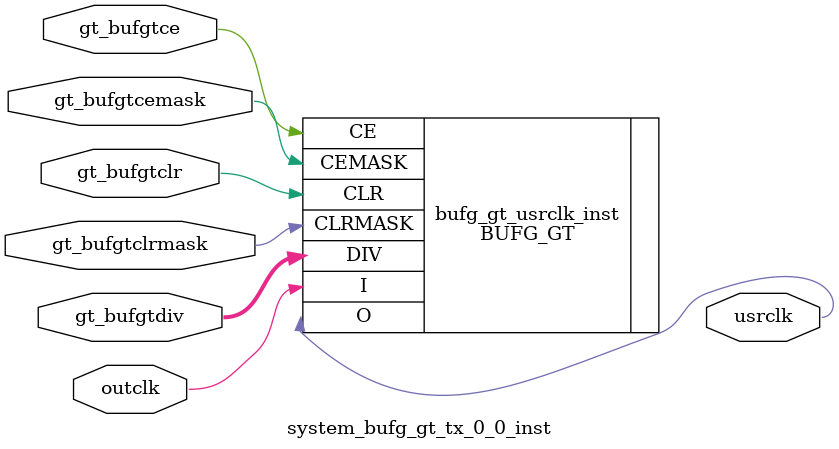
<source format=v>




`timescale 1ns / 1ps



module system_bufg_gt_tx_0_0_inst  (
    input outclk,
    input gt_bufgtce,
    input gt_bufgtcemask,
    input gt_bufgtclr,
    input gt_bufgtclrmask,
    input [2:0] gt_bufgtdiv,
    output usrclk
    );
     
      wire sync_ce;
      wire sync_clr;

      //BUFG_GT_SYNC sync_clr_ce (.CESYNC(sync_ce), .CLRSYNC(sync_clr), .CE(gt_bufgtce), .CLK(outclk), .CLR(gt_bufgtclr));
    //assign usrclk = outclk;
      BUFG_GT #(
        .SIM_DEVICE ("VERSAL_AI_CORE")
      ) bufg_gt_usrclk_inst (
        .CE      (gt_bufgtce),
        .CEMASK  (gt_bufgtcemask),
        .CLR     (gt_bufgtclr),
        .CLRMASK (gt_bufgtclrmask),
        .DIV     (gt_bufgtdiv),
        .I       (outclk),
        .O       (usrclk)
      );
endmodule
//------}

</source>
